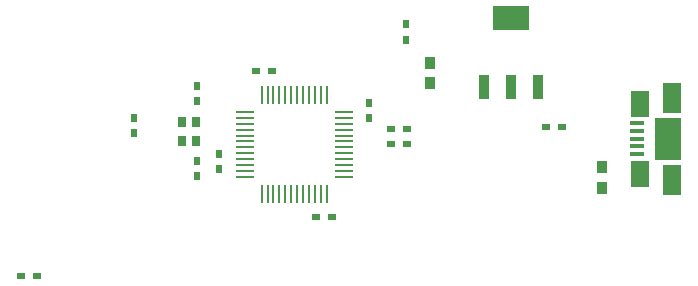
<source format=gbr>
G04 DipTrace 4.0.0.5*
G04 TopPaste.gbr*
%MOIN*%
G04 #@! TF.FileFunction,Paste,Top*
G04 #@! TF.Part,Single*
%ADD38R,0.035433X0.03937*%
%ADD47R,0.031496X0.035433*%
%ADD49R,0.124016X0.080709*%
%ADD51R,0.033465X0.080709*%
%ADD53R,0.007874X0.059055*%
%ADD55R,0.059055X0.007874*%
%ADD57R,0.086614X0.143701*%
%ADD59R,0.059055X0.102362*%
%ADD61R,0.059055X0.090551*%
%ADD63R,0.049213X0.011811*%
%ADD79R,0.023622X0.031496*%
%ADD81R,0.031496X0.023622*%
%FSLAX26Y26*%
G04*
G70*
G90*
G75*
G01*
G04 TopPaste*
%LPD*%
D38*
X2985804Y1547927D3*
Y1480997D3*
X2412451Y1828987D3*
Y1895916D3*
D81*
X1833101Y1868701D3*
X1884282D3*
D79*
X1708692Y1543110D3*
Y1594291D3*
X2208692Y1763041D3*
Y1711860D3*
D81*
X2084282Y1381201D3*
X2033101D3*
D79*
X1633692Y1518110D3*
Y1569291D3*
Y1819291D3*
Y1768110D3*
D63*
X3100444Y1592520D3*
Y1618110D3*
Y1643701D3*
Y1669291D3*
Y1694882D3*
D61*
X3111270Y1527559D3*
Y1759843D3*
D59*
X3219538Y1506890D3*
Y1780512D3*
D57*
X3205759Y1643701D3*
D81*
X2334282Y1624950D3*
X2283101D3*
X2334282Y1674950D3*
X2283101D3*
X2850541Y1681201D3*
X2799360D3*
D79*
X2331201Y2025541D3*
Y1974360D3*
D81*
X1100541Y1187451D3*
X1049360D3*
D79*
X1424950Y1713042D3*
Y1661861D3*
D55*
X1793337Y1733218D3*
Y1713533D3*
Y1693848D3*
Y1674163D3*
Y1654478D3*
Y1634793D3*
Y1615108D3*
Y1595423D3*
Y1575738D3*
Y1556052D3*
Y1536367D3*
Y1516682D3*
D53*
X1850424Y1459596D3*
X1870109D3*
X1889794D3*
X1909479D3*
X1929164D3*
X1948849D3*
X1968534D3*
X1988219D3*
X2007904D3*
X2027589D3*
X2047274D3*
X2066959D3*
D55*
X2124046Y1516682D3*
Y1536367D3*
Y1556052D3*
Y1575738D3*
Y1595423D3*
Y1615108D3*
Y1634793D3*
Y1654478D3*
Y1674163D3*
Y1693848D3*
Y1713533D3*
Y1733218D3*
D53*
X2066959Y1790304D3*
X2047274D3*
X2027589D3*
X2007904D3*
X1988219D3*
X1968534D3*
X1948849D3*
X1929164D3*
X1909479D3*
X1889794D3*
X1870109D3*
X1850424D3*
D51*
X2590650Y1817028D3*
X2681201D3*
X2771752D3*
D49*
X2681201Y2045374D3*
D47*
X1632314Y1700197D3*
Y1637205D3*
X1585070Y1700197D3*
Y1637205D3*
M02*

</source>
